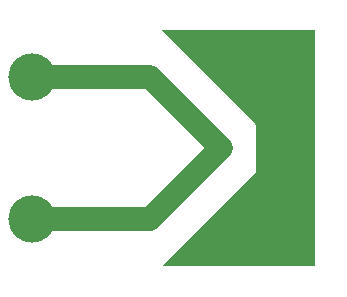
<source format=gbl>
%FSLAX21Y21*%
%MOMM*%
%ADD10C,2*%
%ADD11C,4*%
%LPD*%
D10*
X60Y60D02*
G01*
X160D01*
X220Y120D01*
X160Y180D01*
X60D01*
D11*
Y60D03*
Y180D03*
G36*
X170Y20D02*
X300D01*
Y220D01*
X170D01*
X250Y140D01*
Y100D01*
X170Y20D01*
G37*
M02*

</source>
